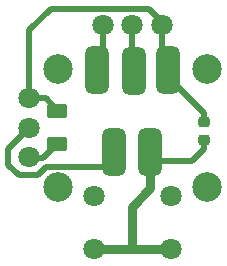
<source format=gbr>
%TF.GenerationSoftware,KiCad,Pcbnew,(6.0.9)*%
%TF.CreationDate,2023-01-27T23:50:43-09:00*%
%TF.ProjectId,HOTAS_Analog Stick Breakout,484f5441-535f-4416-9e61-6c6f67205374,rev?*%
%TF.SameCoordinates,Original*%
%TF.FileFunction,Copper,L1,Top*%
%TF.FilePolarity,Positive*%
%FSLAX46Y46*%
G04 Gerber Fmt 4.6, Leading zero omitted, Abs format (unit mm)*
G04 Created by KiCad (PCBNEW (6.0.9)) date 2023-01-27 23:50:43*
%MOMM*%
%LPD*%
G01*
G04 APERTURE LIST*
G04 Aperture macros list*
%AMRoundRect*
0 Rectangle with rounded corners*
0 $1 Rounding radius*
0 $2 $3 $4 $5 $6 $7 $8 $9 X,Y pos of 4 corners*
0 Add a 4 corners polygon primitive as box body*
4,1,4,$2,$3,$4,$5,$6,$7,$8,$9,$2,$3,0*
0 Add four circle primitives for the rounded corners*
1,1,$1+$1,$2,$3*
1,1,$1+$1,$4,$5*
1,1,$1+$1,$6,$7*
1,1,$1+$1,$8,$9*
0 Add four rect primitives between the rounded corners*
20,1,$1+$1,$2,$3,$4,$5,0*
20,1,$1+$1,$4,$5,$6,$7,0*
20,1,$1+$1,$6,$7,$8,$9,0*
20,1,$1+$1,$8,$9,$2,$3,0*%
G04 Aperture macros list end*
%TA.AperFunction,SMDPad,CuDef*%
%ADD10RoundRect,0.500000X-0.500000X-1.500000X0.500000X-1.500000X0.500000X1.500000X-0.500000X1.500000X0*%
%TD*%
%TA.AperFunction,SMDPad,CuDef*%
%ADD11RoundRect,0.500000X0.500000X1.500000X-0.500000X1.500000X-0.500000X-1.500000X0.500000X-1.500000X0*%
%TD*%
%TA.AperFunction,ComponentPad*%
%ADD12C,2.500000*%
%TD*%
%TA.AperFunction,ComponentPad*%
%ADD13C,1.800000*%
%TD*%
%TA.AperFunction,SMDPad,CuDef*%
%ADD14RoundRect,0.218750X-0.256250X0.218750X-0.256250X-0.218750X0.256250X-0.218750X0.256250X0.218750X0*%
%TD*%
%TA.AperFunction,SMDPad,CuDef*%
%ADD15RoundRect,0.250000X-0.625000X0.375000X-0.625000X-0.375000X0.625000X-0.375000X0.625000X0.375000X0*%
%TD*%
%TA.AperFunction,Conductor*%
%ADD16C,0.508000*%
%TD*%
%TA.AperFunction,Conductor*%
%ADD17C,0.762000*%
%TD*%
G04 APERTURE END LIST*
D10*
%TO.P,J6,1*%
%TO.N,GND*%
X107000000Y-80123200D03*
%TD*%
D11*
%TO.P,J5,1*%
%TO.N,Net-(J5-Pad1)*%
X111498600Y-87000000D03*
%TD*%
%TO.P,J4,1*%
%TO.N,Net-(J4-Pad1)*%
X108425200Y-87000000D03*
%TD*%
D10*
%TO.P,J3,1*%
%TO.N,Net-(J3-Pad1)*%
X110127000Y-80148600D03*
%TD*%
%TO.P,J2,1*%
%TO.N,VCC*%
X113000000Y-80097800D03*
%TD*%
D12*
%TO.P,JOY1,MNT1*%
%TO.N,N/C*%
X116325000Y-90000000D03*
X103675000Y-80000000D03*
X116325000Y-80000000D03*
X103675000Y-90000000D03*
D13*
%TO.P,JOY1,d*%
%TO.N,Net-(J5-Pad1)*%
X106750000Y-95250000D03*
%TO.P,JOY1,b*%
X113250000Y-95250000D03*
%TO.P,JOY1,a*%
%TO.N,GND*%
X113250000Y-90750000D03*
%TO.P,JOY1,c*%
X106750000Y-90750000D03*
%TO.P,JOY1,5*%
%TO.N,Net-(J3-Pad1)*%
X110000000Y-76270000D03*
%TO.P,JOY1,4*%
%TO.N,GND*%
X107500000Y-76270000D03*
%TO.P,JOY1,6*%
%TO.N,VCC*%
X112500000Y-76270000D03*
%TO.P,JOY1,3*%
X101270000Y-82500000D03*
%TO.P,JOY1,2*%
%TO.N,Net-(J4-Pad1)*%
X101270000Y-85000000D03*
%TO.P,JOY1,1*%
%TO.N,GND*%
X101270000Y-87500000D03*
%TD*%
D14*
%TO.P,R1,2*%
%TO.N,Net-(J5-Pad1)*%
X116096000Y-86041500D03*
%TO.P,R1,1*%
%TO.N,VCC*%
X116096000Y-84466500D03*
%TD*%
D15*
%TO.P,C1,2*%
%TO.N,GND*%
X103650000Y-86323800D03*
%TO.P,C1,1*%
%TO.N,VCC*%
X103650000Y-83523800D03*
%TD*%
D16*
%TO.N,GND*%
X107500000Y-76270000D02*
X107500000Y-79500000D01*
X103650000Y-86323800D02*
X103000000Y-86973800D01*
X103000000Y-86973800D02*
X102433800Y-87540000D01*
X102433800Y-87540000D02*
X101364000Y-87540000D01*
%TO.N,VCC*%
X101270000Y-82500000D02*
X101270000Y-76730000D01*
X103084001Y-74915999D02*
X111415999Y-74915999D01*
X101270000Y-76730000D02*
X103084001Y-74915999D01*
X111415999Y-74915999D02*
X112500000Y-76000000D01*
X112540000Y-76540000D02*
X112500000Y-76500000D01*
X112540000Y-79666000D02*
X112540000Y-76540000D01*
X101270000Y-82500000D02*
X102674000Y-82500000D01*
X102674000Y-82500000D02*
X103396000Y-83222000D01*
X116096000Y-84466500D02*
X116096000Y-83730000D01*
X116096000Y-83730000D02*
X113048000Y-80682000D01*
X113048000Y-80682000D02*
X113048000Y-80428000D01*
%TO.N,Net-(J3-Pad1)*%
X110000000Y-76270000D02*
X110000000Y-80174000D01*
X110000000Y-80174000D02*
X110076200Y-80250200D01*
%TO.N,Net-(J4-Pad1)*%
X107704001Y-88295999D02*
X108000000Y-88000000D01*
X102704001Y-88295999D02*
X107704001Y-88295999D01*
X99500000Y-86770000D02*
X99500000Y-88116961D01*
X99500000Y-88116961D02*
X100383039Y-89000000D01*
X101270000Y-85000000D02*
X99500000Y-86770000D01*
X102000000Y-89000000D02*
X102704001Y-88295999D01*
X100383039Y-89000000D02*
X102000000Y-89000000D01*
D17*
%TO.N,Net-(J5-Pad1)*%
X113262800Y-95250000D02*
X113276600Y-95236200D01*
X109923800Y-92137400D02*
X109923800Y-94906000D01*
X106750000Y-95250000D02*
X110267800Y-95250000D01*
X110267800Y-95250000D02*
X113262800Y-95250000D01*
X109923800Y-92137400D02*
X109923800Y-91680200D01*
X109923800Y-91680200D02*
X111524000Y-90080000D01*
X111524000Y-90080000D02*
X111524000Y-87794000D01*
D16*
X116096000Y-86041500D02*
X116096000Y-86778000D01*
X116096000Y-86778000D02*
X115080000Y-87794000D01*
X115080000Y-87794000D02*
X111524000Y-87794000D01*
%TD*%
M02*

</source>
